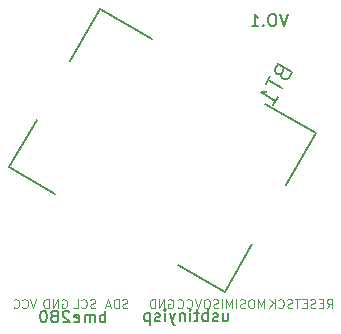
<source format=gbr>
G04 #@! TF.GenerationSoftware,KiCad,Pcbnew,(6.0.11)*
G04 #@! TF.CreationDate,2023-02-12T22:37:01+01:00*
G04 #@! TF.ProjectId,atmega328p-au--e01c-ml01s--bme280--cr2032,61746d65-6761-4333-9238-702d61752d2d,rev?*
G04 #@! TF.SameCoordinates,Original*
G04 #@! TF.FileFunction,Legend,Bot*
G04 #@! TF.FilePolarity,Positive*
%FSLAX46Y46*%
G04 Gerber Fmt 4.6, Leading zero omitted, Abs format (unit mm)*
G04 Created by KiCad (PCBNEW (6.0.11)) date 2023-02-12 22:37:01*
%MOMM*%
%LPD*%
G01*
G04 APERTURE LIST*
%ADD10C,0.150000*%
%ADD11C,0.125000*%
%ADD12C,0.127000*%
G04 APERTURE END LIST*
D10*
X115195238Y-85885714D02*
X115195238Y-86552380D01*
X115623809Y-85885714D02*
X115623809Y-86409523D01*
X115576190Y-86504761D01*
X115480952Y-86552380D01*
X115338095Y-86552380D01*
X115242857Y-86504761D01*
X115195238Y-86457142D01*
X114766666Y-86504761D02*
X114671428Y-86552380D01*
X114480952Y-86552380D01*
X114385714Y-86504761D01*
X114338095Y-86409523D01*
X114338095Y-86361904D01*
X114385714Y-86266666D01*
X114480952Y-86219047D01*
X114623809Y-86219047D01*
X114719047Y-86171428D01*
X114766666Y-86076190D01*
X114766666Y-86028571D01*
X114719047Y-85933333D01*
X114623809Y-85885714D01*
X114480952Y-85885714D01*
X114385714Y-85933333D01*
X113909523Y-86552380D02*
X113909523Y-85552380D01*
X113909523Y-85933333D02*
X113814285Y-85885714D01*
X113623809Y-85885714D01*
X113528571Y-85933333D01*
X113480952Y-85980952D01*
X113433333Y-86076190D01*
X113433333Y-86361904D01*
X113480952Y-86457142D01*
X113528571Y-86504761D01*
X113623809Y-86552380D01*
X113814285Y-86552380D01*
X113909523Y-86504761D01*
X113147619Y-85885714D02*
X112766666Y-85885714D01*
X113004761Y-85552380D02*
X113004761Y-86409523D01*
X112957142Y-86504761D01*
X112861904Y-86552380D01*
X112766666Y-86552380D01*
X112433333Y-86552380D02*
X112433333Y-85885714D01*
X112433333Y-85552380D02*
X112480952Y-85600000D01*
X112433333Y-85647619D01*
X112385714Y-85600000D01*
X112433333Y-85552380D01*
X112433333Y-85647619D01*
X111957142Y-85885714D02*
X111957142Y-86552380D01*
X111957142Y-85980952D02*
X111909523Y-85933333D01*
X111814285Y-85885714D01*
X111671428Y-85885714D01*
X111576190Y-85933333D01*
X111528571Y-86028571D01*
X111528571Y-86552380D01*
X111147619Y-85885714D02*
X110909523Y-86552380D01*
X110671428Y-85885714D02*
X110909523Y-86552380D01*
X111004761Y-86790476D01*
X111052380Y-86838095D01*
X111147619Y-86885714D01*
X110290476Y-86552380D02*
X110290476Y-85885714D01*
X110290476Y-85552380D02*
X110338095Y-85600000D01*
X110290476Y-85647619D01*
X110242857Y-85600000D01*
X110290476Y-85552380D01*
X110290476Y-85647619D01*
X109861904Y-86504761D02*
X109766666Y-86552380D01*
X109576190Y-86552380D01*
X109480952Y-86504761D01*
X109433333Y-86409523D01*
X109433333Y-86361904D01*
X109480952Y-86266666D01*
X109576190Y-86219047D01*
X109719047Y-86219047D01*
X109814285Y-86171428D01*
X109861904Y-86076190D01*
X109861904Y-86028571D01*
X109814285Y-85933333D01*
X109719047Y-85885714D01*
X109576190Y-85885714D01*
X109480952Y-85933333D01*
X109004761Y-85885714D02*
X109004761Y-86885714D01*
X109004761Y-85933333D02*
X108909523Y-85885714D01*
X108719047Y-85885714D01*
X108623809Y-85933333D01*
X108576190Y-85980952D01*
X108528571Y-86076190D01*
X108528571Y-86361904D01*
X108576190Y-86457142D01*
X108623809Y-86504761D01*
X108719047Y-86552380D01*
X108909523Y-86552380D01*
X109004761Y-86504761D01*
X105238095Y-86652380D02*
X105238095Y-85652380D01*
X105238095Y-86033333D02*
X105142857Y-85985714D01*
X104952380Y-85985714D01*
X104857142Y-86033333D01*
X104809523Y-86080952D01*
X104761904Y-86176190D01*
X104761904Y-86461904D01*
X104809523Y-86557142D01*
X104857142Y-86604761D01*
X104952380Y-86652380D01*
X105142857Y-86652380D01*
X105238095Y-86604761D01*
X104333333Y-86652380D02*
X104333333Y-85985714D01*
X104333333Y-86080952D02*
X104285714Y-86033333D01*
X104190476Y-85985714D01*
X104047619Y-85985714D01*
X103952380Y-86033333D01*
X103904761Y-86128571D01*
X103904761Y-86652380D01*
X103904761Y-86128571D02*
X103857142Y-86033333D01*
X103761904Y-85985714D01*
X103619047Y-85985714D01*
X103523809Y-86033333D01*
X103476190Y-86128571D01*
X103476190Y-86652380D01*
X102619047Y-86604761D02*
X102714285Y-86652380D01*
X102904761Y-86652380D01*
X103000000Y-86604761D01*
X103047619Y-86509523D01*
X103047619Y-86128571D01*
X103000000Y-86033333D01*
X102904761Y-85985714D01*
X102714285Y-85985714D01*
X102619047Y-86033333D01*
X102571428Y-86128571D01*
X102571428Y-86223809D01*
X103047619Y-86319047D01*
X102190476Y-85747619D02*
X102142857Y-85700000D01*
X102047619Y-85652380D01*
X101809523Y-85652380D01*
X101714285Y-85700000D01*
X101666666Y-85747619D01*
X101619047Y-85842857D01*
X101619047Y-85938095D01*
X101666666Y-86080952D01*
X102238095Y-86652380D01*
X101619047Y-86652380D01*
X101047619Y-86080952D02*
X101142857Y-86033333D01*
X101190476Y-85985714D01*
X101238095Y-85890476D01*
X101238095Y-85842857D01*
X101190476Y-85747619D01*
X101142857Y-85700000D01*
X101047619Y-85652380D01*
X100857142Y-85652380D01*
X100761904Y-85700000D01*
X100714285Y-85747619D01*
X100666666Y-85842857D01*
X100666666Y-85890476D01*
X100714285Y-85985714D01*
X100761904Y-86033333D01*
X100857142Y-86080952D01*
X101047619Y-86080952D01*
X101142857Y-86128571D01*
X101190476Y-86176190D01*
X101238095Y-86271428D01*
X101238095Y-86461904D01*
X101190476Y-86557142D01*
X101142857Y-86604761D01*
X101047619Y-86652380D01*
X100857142Y-86652380D01*
X100761904Y-86604761D01*
X100714285Y-86557142D01*
X100666666Y-86461904D01*
X100666666Y-86271428D01*
X100714285Y-86176190D01*
X100761904Y-86128571D01*
X100857142Y-86080952D01*
X100047619Y-85652380D02*
X99952380Y-85652380D01*
X99857142Y-85700000D01*
X99809523Y-85747619D01*
X99761904Y-85842857D01*
X99714285Y-86033333D01*
X99714285Y-86271428D01*
X99761904Y-86461904D01*
X99809523Y-86557142D01*
X99857142Y-86604761D01*
X99952380Y-86652380D01*
X100047619Y-86652380D01*
X100142857Y-86604761D01*
X100190476Y-86557142D01*
X100238095Y-86461904D01*
X100285714Y-86271428D01*
X100285714Y-86033333D01*
X100238095Y-85842857D01*
X100190476Y-85747619D01*
X100142857Y-85700000D01*
X100047619Y-85652380D01*
X120671428Y-60552380D02*
X120338095Y-61552380D01*
X120004761Y-60552380D01*
X119480952Y-60552380D02*
X119290476Y-60552380D01*
X119195238Y-60600000D01*
X119100000Y-60695238D01*
X119052380Y-60885714D01*
X119052380Y-61219047D01*
X119100000Y-61409523D01*
X119195238Y-61504761D01*
X119290476Y-61552380D01*
X119480952Y-61552380D01*
X119576190Y-61504761D01*
X119671428Y-61409523D01*
X119719047Y-61219047D01*
X119719047Y-60885714D01*
X119671428Y-60695238D01*
X119576190Y-60600000D01*
X119480952Y-60552380D01*
X118623809Y-61457142D02*
X118576190Y-61504761D01*
X118623809Y-61552380D01*
X118671428Y-61504761D01*
X118623809Y-61457142D01*
X118623809Y-61552380D01*
X117623809Y-61552380D02*
X118195238Y-61552380D01*
X117909523Y-61552380D02*
X117909523Y-60552380D01*
X118004761Y-60695238D01*
X118100000Y-60790476D01*
X118195238Y-60838095D01*
D11*
X123989285Y-85439285D02*
X124239285Y-85082142D01*
X124417857Y-85439285D02*
X124417857Y-84689285D01*
X124132142Y-84689285D01*
X124060714Y-84725000D01*
X124025000Y-84760714D01*
X123989285Y-84832142D01*
X123989285Y-84939285D01*
X124025000Y-85010714D01*
X124060714Y-85046428D01*
X124132142Y-85082142D01*
X124417857Y-85082142D01*
X123667857Y-85046428D02*
X123417857Y-85046428D01*
X123310714Y-85439285D02*
X123667857Y-85439285D01*
X123667857Y-84689285D01*
X123310714Y-84689285D01*
X123025000Y-85403571D02*
X122917857Y-85439285D01*
X122739285Y-85439285D01*
X122667857Y-85403571D01*
X122632142Y-85367857D01*
X122596428Y-85296428D01*
X122596428Y-85225000D01*
X122632142Y-85153571D01*
X122667857Y-85117857D01*
X122739285Y-85082142D01*
X122882142Y-85046428D01*
X122953571Y-85010714D01*
X122989285Y-84975000D01*
X123025000Y-84903571D01*
X123025000Y-84832142D01*
X122989285Y-84760714D01*
X122953571Y-84725000D01*
X122882142Y-84689285D01*
X122703571Y-84689285D01*
X122596428Y-84725000D01*
X122275000Y-85046428D02*
X122025000Y-85046428D01*
X121917857Y-85439285D02*
X122275000Y-85439285D01*
X122275000Y-84689285D01*
X121917857Y-84689285D01*
X121703571Y-84689285D02*
X121275000Y-84689285D01*
X121489285Y-85439285D02*
X121489285Y-84689285D01*
X113300000Y-84689285D02*
X113050000Y-85439285D01*
X112800000Y-84689285D01*
X112121428Y-85367857D02*
X112157142Y-85403571D01*
X112264285Y-85439285D01*
X112335714Y-85439285D01*
X112442857Y-85403571D01*
X112514285Y-85332142D01*
X112550000Y-85260714D01*
X112585714Y-85117857D01*
X112585714Y-85010714D01*
X112550000Y-84867857D01*
X112514285Y-84796428D01*
X112442857Y-84725000D01*
X112335714Y-84689285D01*
X112264285Y-84689285D01*
X112157142Y-84725000D01*
X112121428Y-84760714D01*
X111371428Y-85367857D02*
X111407142Y-85403571D01*
X111514285Y-85439285D01*
X111585714Y-85439285D01*
X111692857Y-85403571D01*
X111764285Y-85332142D01*
X111800000Y-85260714D01*
X111835714Y-85117857D01*
X111835714Y-85010714D01*
X111800000Y-84867857D01*
X111764285Y-84796428D01*
X111692857Y-84725000D01*
X111585714Y-84689285D01*
X111514285Y-84689285D01*
X111407142Y-84725000D01*
X111371428Y-84760714D01*
X107110714Y-85403571D02*
X107003571Y-85439285D01*
X106825000Y-85439285D01*
X106753571Y-85403571D01*
X106717857Y-85367857D01*
X106682142Y-85296428D01*
X106682142Y-85225000D01*
X106717857Y-85153571D01*
X106753571Y-85117857D01*
X106825000Y-85082142D01*
X106967857Y-85046428D01*
X107039285Y-85010714D01*
X107075000Y-84975000D01*
X107110714Y-84903571D01*
X107110714Y-84832142D01*
X107075000Y-84760714D01*
X107039285Y-84725000D01*
X106967857Y-84689285D01*
X106789285Y-84689285D01*
X106682142Y-84725000D01*
X106360714Y-85439285D02*
X106360714Y-84689285D01*
X106182142Y-84689285D01*
X106075000Y-84725000D01*
X106003571Y-84796428D01*
X105967857Y-84867857D01*
X105932142Y-85010714D01*
X105932142Y-85117857D01*
X105967857Y-85260714D01*
X106003571Y-85332142D01*
X106075000Y-85403571D01*
X106182142Y-85439285D01*
X106360714Y-85439285D01*
X105646428Y-85225000D02*
X105289285Y-85225000D01*
X105717857Y-85439285D02*
X105467857Y-84689285D01*
X105217857Y-85439285D01*
X104392857Y-85403571D02*
X104285714Y-85439285D01*
X104107142Y-85439285D01*
X104035714Y-85403571D01*
X104000000Y-85367857D01*
X103964285Y-85296428D01*
X103964285Y-85225000D01*
X104000000Y-85153571D01*
X104035714Y-85117857D01*
X104107142Y-85082142D01*
X104250000Y-85046428D01*
X104321428Y-85010714D01*
X104357142Y-84975000D01*
X104392857Y-84903571D01*
X104392857Y-84832142D01*
X104357142Y-84760714D01*
X104321428Y-84725000D01*
X104250000Y-84689285D01*
X104071428Y-84689285D01*
X103964285Y-84725000D01*
X103214285Y-85367857D02*
X103250000Y-85403571D01*
X103357142Y-85439285D01*
X103428571Y-85439285D01*
X103535714Y-85403571D01*
X103607142Y-85332142D01*
X103642857Y-85260714D01*
X103678571Y-85117857D01*
X103678571Y-85010714D01*
X103642857Y-84867857D01*
X103607142Y-84796428D01*
X103535714Y-84725000D01*
X103428571Y-84689285D01*
X103357142Y-84689285D01*
X103250000Y-84725000D01*
X103214285Y-84760714D01*
X102535714Y-85439285D02*
X102892857Y-85439285D01*
X102892857Y-84689285D01*
X101571428Y-84725000D02*
X101642857Y-84689285D01*
X101750000Y-84689285D01*
X101857142Y-84725000D01*
X101928571Y-84796428D01*
X101964285Y-84867857D01*
X102000000Y-85010714D01*
X102000000Y-85117857D01*
X101964285Y-85260714D01*
X101928571Y-85332142D01*
X101857142Y-85403571D01*
X101750000Y-85439285D01*
X101678571Y-85439285D01*
X101571428Y-85403571D01*
X101535714Y-85367857D01*
X101535714Y-85117857D01*
X101678571Y-85117857D01*
X101214285Y-85439285D02*
X101214285Y-84689285D01*
X100785714Y-85439285D01*
X100785714Y-84689285D01*
X100428571Y-85439285D02*
X100428571Y-84689285D01*
X100250000Y-84689285D01*
X100142857Y-84725000D01*
X100071428Y-84796428D01*
X100035714Y-84867857D01*
X100000000Y-85010714D01*
X100000000Y-85117857D01*
X100035714Y-85260714D01*
X100071428Y-85332142D01*
X100142857Y-85403571D01*
X100250000Y-85439285D01*
X100428571Y-85439285D01*
X110571428Y-84725000D02*
X110642857Y-84689285D01*
X110750000Y-84689285D01*
X110857142Y-84725000D01*
X110928571Y-84796428D01*
X110964285Y-84867857D01*
X111000000Y-85010714D01*
X111000000Y-85117857D01*
X110964285Y-85260714D01*
X110928571Y-85332142D01*
X110857142Y-85403571D01*
X110750000Y-85439285D01*
X110678571Y-85439285D01*
X110571428Y-85403571D01*
X110535714Y-85367857D01*
X110535714Y-85117857D01*
X110678571Y-85117857D01*
X110214285Y-85439285D02*
X110214285Y-84689285D01*
X109785714Y-85439285D01*
X109785714Y-84689285D01*
X109428571Y-85439285D02*
X109428571Y-84689285D01*
X109250000Y-84689285D01*
X109142857Y-84725000D01*
X109071428Y-84796428D01*
X109035714Y-84867857D01*
X109000000Y-85010714D01*
X109000000Y-85117857D01*
X109035714Y-85260714D01*
X109071428Y-85332142D01*
X109142857Y-85403571D01*
X109250000Y-85439285D01*
X109428571Y-85439285D01*
X115978571Y-85439285D02*
X115978571Y-84689285D01*
X115728571Y-85225000D01*
X115478571Y-84689285D01*
X115478571Y-85439285D01*
X115121428Y-85439285D02*
X115121428Y-84689285D01*
X114800000Y-85403571D02*
X114692857Y-85439285D01*
X114514285Y-85439285D01*
X114442857Y-85403571D01*
X114407142Y-85367857D01*
X114371428Y-85296428D01*
X114371428Y-85225000D01*
X114407142Y-85153571D01*
X114442857Y-85117857D01*
X114514285Y-85082142D01*
X114657142Y-85046428D01*
X114728571Y-85010714D01*
X114764285Y-84975000D01*
X114800000Y-84903571D01*
X114800000Y-84832142D01*
X114764285Y-84760714D01*
X114728571Y-84725000D01*
X114657142Y-84689285D01*
X114478571Y-84689285D01*
X114371428Y-84725000D01*
X113907142Y-84689285D02*
X113764285Y-84689285D01*
X113692857Y-84725000D01*
X113621428Y-84796428D01*
X113585714Y-84939285D01*
X113585714Y-85189285D01*
X113621428Y-85332142D01*
X113692857Y-85403571D01*
X113764285Y-85439285D01*
X113907142Y-85439285D01*
X113978571Y-85403571D01*
X114050000Y-85332142D01*
X114085714Y-85189285D01*
X114085714Y-84939285D01*
X114050000Y-84796428D01*
X113978571Y-84725000D01*
X113907142Y-84689285D01*
X99400000Y-84689285D02*
X99150000Y-85439285D01*
X98900000Y-84689285D01*
X98221428Y-85367857D02*
X98257142Y-85403571D01*
X98364285Y-85439285D01*
X98435714Y-85439285D01*
X98542857Y-85403571D01*
X98614285Y-85332142D01*
X98650000Y-85260714D01*
X98685714Y-85117857D01*
X98685714Y-85010714D01*
X98650000Y-84867857D01*
X98614285Y-84796428D01*
X98542857Y-84725000D01*
X98435714Y-84689285D01*
X98364285Y-84689285D01*
X98257142Y-84725000D01*
X98221428Y-84760714D01*
X97471428Y-85367857D02*
X97507142Y-85403571D01*
X97614285Y-85439285D01*
X97685714Y-85439285D01*
X97792857Y-85403571D01*
X97864285Y-85332142D01*
X97900000Y-85260714D01*
X97935714Y-85117857D01*
X97935714Y-85010714D01*
X97900000Y-84867857D01*
X97864285Y-84796428D01*
X97792857Y-84725000D01*
X97685714Y-84689285D01*
X97614285Y-84689285D01*
X97507142Y-84725000D01*
X97471428Y-84760714D01*
X121064285Y-85403571D02*
X120957142Y-85439285D01*
X120778571Y-85439285D01*
X120707142Y-85403571D01*
X120671428Y-85367857D01*
X120635714Y-85296428D01*
X120635714Y-85225000D01*
X120671428Y-85153571D01*
X120707142Y-85117857D01*
X120778571Y-85082142D01*
X120921428Y-85046428D01*
X120992857Y-85010714D01*
X121028571Y-84975000D01*
X121064285Y-84903571D01*
X121064285Y-84832142D01*
X121028571Y-84760714D01*
X120992857Y-84725000D01*
X120921428Y-84689285D01*
X120742857Y-84689285D01*
X120635714Y-84725000D01*
X119885714Y-85367857D02*
X119921428Y-85403571D01*
X120028571Y-85439285D01*
X120100000Y-85439285D01*
X120207142Y-85403571D01*
X120278571Y-85332142D01*
X120314285Y-85260714D01*
X120350000Y-85117857D01*
X120350000Y-85010714D01*
X120314285Y-84867857D01*
X120278571Y-84796428D01*
X120207142Y-84725000D01*
X120100000Y-84689285D01*
X120028571Y-84689285D01*
X119921428Y-84725000D01*
X119885714Y-84760714D01*
X119564285Y-85439285D02*
X119564285Y-84689285D01*
X119135714Y-85439285D02*
X119457142Y-85010714D01*
X119135714Y-84689285D02*
X119564285Y-85117857D01*
X118678571Y-85439285D02*
X118678571Y-84689285D01*
X118428571Y-85225000D01*
X118178571Y-84689285D01*
X118178571Y-85439285D01*
X117678571Y-84689285D02*
X117535714Y-84689285D01*
X117464285Y-84725000D01*
X117392857Y-84796428D01*
X117357142Y-84939285D01*
X117357142Y-85189285D01*
X117392857Y-85332142D01*
X117464285Y-85403571D01*
X117535714Y-85439285D01*
X117678571Y-85439285D01*
X117750000Y-85403571D01*
X117821428Y-85332142D01*
X117857142Y-85189285D01*
X117857142Y-84939285D01*
X117821428Y-84796428D01*
X117750000Y-84725000D01*
X117678571Y-84689285D01*
X117071428Y-85403571D02*
X116964285Y-85439285D01*
X116785714Y-85439285D01*
X116714285Y-85403571D01*
X116678571Y-85367857D01*
X116642857Y-85296428D01*
X116642857Y-85225000D01*
X116678571Y-85153571D01*
X116714285Y-85117857D01*
X116785714Y-85082142D01*
X116928571Y-85046428D01*
X117000000Y-85010714D01*
X117035714Y-84975000D01*
X117071428Y-84903571D01*
X117071428Y-84832142D01*
X117035714Y-84760714D01*
X117000000Y-84725000D01*
X116928571Y-84689285D01*
X116750000Y-84689285D01*
X116642857Y-84725000D01*
X116321428Y-85439285D02*
X116321428Y-84689285D01*
D10*
X120163397Y-65497372D02*
X120121132Y-65703910D01*
X120145534Y-65794978D01*
X120227670Y-65919380D01*
X120400875Y-66019380D01*
X120549679Y-66028312D01*
X120640747Y-66003910D01*
X120765149Y-65921773D01*
X121031816Y-65459893D01*
X119819380Y-64759893D01*
X119586047Y-65164038D01*
X119577115Y-65312842D01*
X119601517Y-65403910D01*
X119683653Y-65528312D01*
X119799124Y-65594978D01*
X119947927Y-65603910D01*
X120038995Y-65579508D01*
X120163397Y-65497372D01*
X120396730Y-65093226D01*
X119219380Y-65799124D02*
X118819380Y-66491944D01*
X120231816Y-66845534D02*
X119019380Y-66145534D01*
X119431816Y-68231174D02*
X119831816Y-67538354D01*
X119631816Y-67884764D02*
X118419380Y-67184764D01*
X118659252Y-67169294D01*
X118841388Y-67120491D01*
X118965790Y-67038354D01*
D12*
X102280432Y-64502507D02*
X104820432Y-60103098D01*
X104820432Y-60103098D02*
X109193860Y-62628098D01*
X111403152Y-81801492D02*
X115343568Y-84076492D01*
X115343568Y-84076492D02*
X117683568Y-80023493D01*
X97070432Y-73526492D02*
X101010848Y-75801492D01*
X118720140Y-68128098D02*
X123093568Y-70653098D01*
X123093568Y-70653098D02*
X120553568Y-75052507D01*
X99410432Y-69473493D02*
X97070432Y-73526492D01*
M02*

</source>
